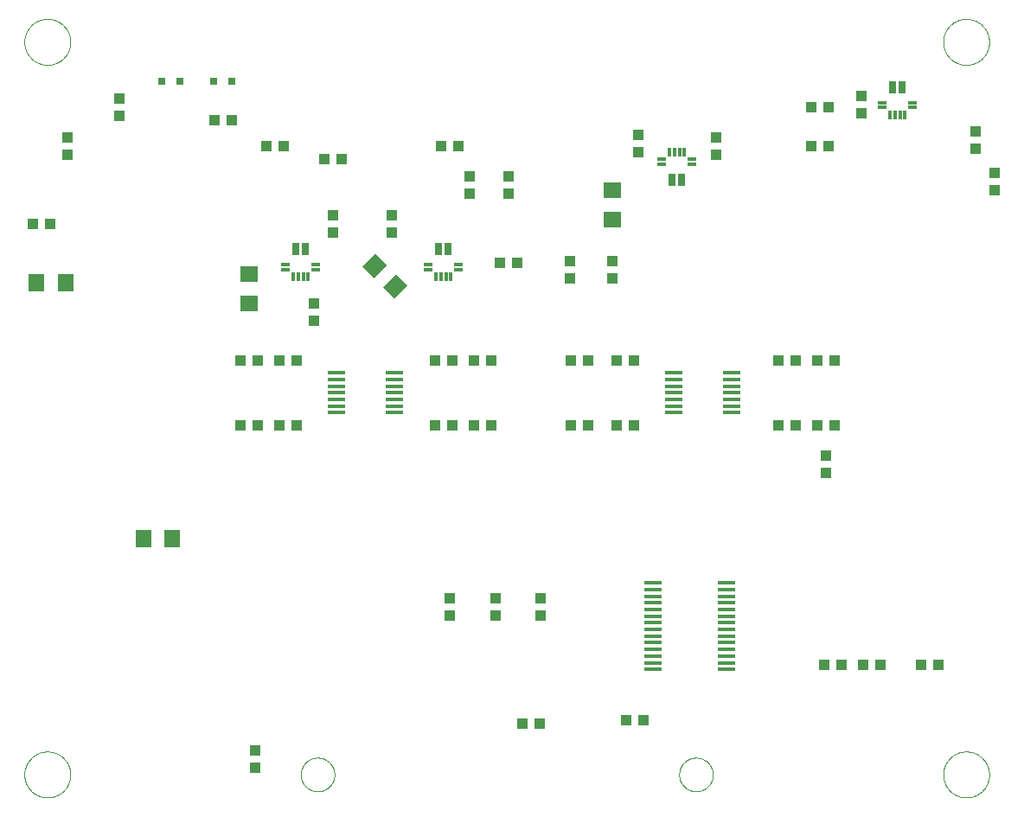
<source format=gtp>
G75*
%MOIN*%
%OFA0B0*%
%FSLAX25Y25*%
%IPPOS*%
%LPD*%
%AMOC8*
5,1,8,0,0,1.08239X$1,22.5*
%
%ADD10R,0.03150X0.05000*%
%ADD11R,0.03346X0.01181*%
%ADD12R,0.01181X0.03346*%
%ADD13R,0.03937X0.04331*%
%ADD14R,0.04331X0.03937*%
%ADD15R,0.07098X0.06299*%
%ADD16R,0.06600X0.01700*%
%ADD17R,0.06600X0.01400*%
%ADD18R,0.06299X0.07098*%
%ADD19C,0.00000*%
%ADD20R,0.02600X0.02800*%
D10*
X0124080Y0230970D03*
X0128017Y0230970D03*
X0179080Y0230970D03*
X0183017Y0230970D03*
X0269080Y0257840D03*
X0273017Y0257840D03*
X0354080Y0293470D03*
X0358017Y0293470D03*
D11*
X0361757Y0287564D03*
X0361757Y0285596D03*
X0350340Y0285596D03*
X0350340Y0287564D03*
X0276757Y0265714D03*
X0276757Y0263745D03*
X0265340Y0263745D03*
X0265340Y0265714D03*
X0186757Y0225064D03*
X0186757Y0223096D03*
X0175340Y0223096D03*
X0175340Y0225064D03*
X0131757Y0225064D03*
X0131757Y0223096D03*
X0120340Y0223096D03*
X0120340Y0225064D03*
D12*
X0123096Y0220340D03*
X0125064Y0220340D03*
X0127033Y0220340D03*
X0129001Y0220340D03*
X0178096Y0220340D03*
X0180064Y0220340D03*
X0182033Y0220340D03*
X0184001Y0220340D03*
X0268096Y0268470D03*
X0270064Y0268470D03*
X0272033Y0268470D03*
X0274001Y0268470D03*
X0353096Y0282840D03*
X0355064Y0282840D03*
X0357033Y0282840D03*
X0359001Y0282840D03*
D13*
X0329395Y0285655D03*
X0322702Y0285655D03*
X0256048Y0275251D03*
X0256048Y0268558D03*
X0206048Y0259001D03*
X0206048Y0252308D03*
X0186895Y0270655D03*
X0180202Y0270655D03*
X0141895Y0265655D03*
X0135202Y0265655D03*
X0138548Y0244001D03*
X0138548Y0237308D03*
X0131048Y0210251D03*
X0131048Y0203558D03*
X0124395Y0188155D03*
X0117702Y0188155D03*
X0109395Y0188155D03*
X0102702Y0188155D03*
X0102702Y0163155D03*
X0109395Y0163155D03*
X0117702Y0163155D03*
X0124395Y0163155D03*
X0177702Y0163155D03*
X0184395Y0163155D03*
X0192702Y0163155D03*
X0199395Y0163155D03*
X0199395Y0188155D03*
X0192702Y0188155D03*
X0184395Y0188155D03*
X0177702Y0188155D03*
X0229798Y0219808D03*
X0229798Y0226501D03*
X0230202Y0188155D03*
X0236895Y0188155D03*
X0247702Y0188155D03*
X0254395Y0188155D03*
X0254395Y0163155D03*
X0247702Y0163155D03*
X0236895Y0163155D03*
X0230202Y0163155D03*
X0310202Y0163155D03*
X0316895Y0163155D03*
X0325202Y0163155D03*
X0331895Y0163155D03*
X0331895Y0188155D03*
X0325202Y0188155D03*
X0316895Y0188155D03*
X0310202Y0188155D03*
X0393667Y0253814D03*
X0393667Y0260507D03*
X0218548Y0096501D03*
X0218548Y0089808D03*
X0201048Y0089808D03*
X0201048Y0096501D03*
X0183548Y0096501D03*
X0183548Y0089808D03*
X0211580Y0048115D03*
X0218273Y0048115D03*
X0251452Y0049405D03*
X0258145Y0049405D03*
X0327702Y0070655D03*
X0334395Y0070655D03*
X0342702Y0070655D03*
X0349395Y0070655D03*
X0365202Y0070655D03*
X0371895Y0070655D03*
X0099395Y0280655D03*
X0092702Y0280655D03*
X0036048Y0274001D03*
X0036048Y0267308D03*
X0029395Y0240655D03*
X0022702Y0240655D03*
D14*
X0056048Y0282308D03*
X0056048Y0289001D03*
X0112702Y0270655D03*
X0119395Y0270655D03*
X0161048Y0244001D03*
X0161048Y0237308D03*
X0191048Y0252308D03*
X0191048Y0259001D03*
X0202702Y0225655D03*
X0209395Y0225655D03*
X0246048Y0226501D03*
X0246048Y0219808D03*
X0286048Y0267308D03*
X0286048Y0274001D03*
X0322702Y0270655D03*
X0329395Y0270655D03*
X0342298Y0283558D03*
X0342298Y0290251D03*
X0386048Y0276501D03*
X0386048Y0269808D03*
X0328548Y0151501D03*
X0328548Y0144808D03*
X0108667Y0037810D03*
X0108667Y0031117D03*
D15*
X0106048Y0210056D03*
X0106048Y0221253D03*
X0246048Y0242556D03*
X0246048Y0253753D03*
D16*
X0261798Y0102289D03*
X0261798Y0099730D03*
X0261798Y0097171D03*
X0261798Y0094611D03*
X0261798Y0092052D03*
X0261798Y0089493D03*
X0261798Y0086934D03*
X0261798Y0084375D03*
X0261798Y0081816D03*
X0261798Y0079257D03*
X0261798Y0076698D03*
X0261798Y0074139D03*
X0261798Y0071580D03*
X0261798Y0069021D03*
X0290298Y0069021D03*
X0290298Y0071580D03*
X0290298Y0074139D03*
X0290298Y0076698D03*
X0290298Y0079257D03*
X0290298Y0081816D03*
X0290298Y0084375D03*
X0290298Y0086934D03*
X0290298Y0089493D03*
X0290298Y0092052D03*
X0290298Y0094611D03*
X0290298Y0097170D03*
X0290298Y0099730D03*
X0290298Y0102289D03*
D17*
X0292148Y0167978D03*
X0292148Y0170537D03*
X0292148Y0173096D03*
X0292148Y0175655D03*
X0292148Y0178214D03*
X0292148Y0180773D03*
X0292148Y0183332D03*
X0269948Y0183332D03*
X0269948Y0180773D03*
X0269948Y0178214D03*
X0269948Y0175655D03*
X0269948Y0173096D03*
X0269948Y0170537D03*
X0269948Y0167978D03*
X0162148Y0167978D03*
X0162148Y0170537D03*
X0162148Y0173096D03*
X0162148Y0175655D03*
X0162148Y0178214D03*
X0162148Y0180773D03*
X0162148Y0183332D03*
X0139948Y0183332D03*
X0139948Y0180773D03*
X0139948Y0178214D03*
X0139948Y0175655D03*
X0139948Y0173096D03*
X0139948Y0170537D03*
X0139948Y0167978D03*
D18*
G36*
X0162789Y0221432D02*
X0167243Y0216978D01*
X0162225Y0211960D01*
X0157771Y0216414D01*
X0162789Y0221432D01*
G37*
G36*
X0154872Y0229349D02*
X0159326Y0224895D01*
X0154308Y0219877D01*
X0149854Y0224331D01*
X0154872Y0229349D01*
G37*
X0035397Y0218155D03*
X0024200Y0218155D03*
X0065450Y0119405D03*
X0076647Y0119405D03*
D19*
X0019592Y0028450D02*
X0019595Y0028667D01*
X0019603Y0028885D01*
X0019616Y0029102D01*
X0019635Y0029318D01*
X0019659Y0029534D01*
X0019688Y0029750D01*
X0019722Y0029964D01*
X0019762Y0030178D01*
X0019807Y0030391D01*
X0019857Y0030602D01*
X0019913Y0030813D01*
X0019973Y0031021D01*
X0020039Y0031229D01*
X0020110Y0031434D01*
X0020186Y0031638D01*
X0020266Y0031840D01*
X0020352Y0032040D01*
X0020442Y0032237D01*
X0020538Y0032433D01*
X0020638Y0032626D01*
X0020743Y0032816D01*
X0020852Y0033004D01*
X0020966Y0033189D01*
X0021085Y0033371D01*
X0021208Y0033551D01*
X0021335Y0033727D01*
X0021467Y0033900D01*
X0021603Y0034069D01*
X0021743Y0034236D01*
X0021887Y0034399D01*
X0022035Y0034558D01*
X0022186Y0034714D01*
X0022342Y0034865D01*
X0022501Y0035013D01*
X0022664Y0035157D01*
X0022831Y0035297D01*
X0023000Y0035433D01*
X0023173Y0035565D01*
X0023349Y0035692D01*
X0023529Y0035815D01*
X0023711Y0035934D01*
X0023896Y0036048D01*
X0024084Y0036157D01*
X0024274Y0036262D01*
X0024467Y0036362D01*
X0024663Y0036458D01*
X0024860Y0036548D01*
X0025060Y0036634D01*
X0025262Y0036714D01*
X0025466Y0036790D01*
X0025671Y0036861D01*
X0025879Y0036927D01*
X0026087Y0036987D01*
X0026298Y0037043D01*
X0026509Y0037093D01*
X0026722Y0037138D01*
X0026936Y0037178D01*
X0027150Y0037212D01*
X0027366Y0037241D01*
X0027582Y0037265D01*
X0027798Y0037284D01*
X0028015Y0037297D01*
X0028233Y0037305D01*
X0028450Y0037308D01*
X0028667Y0037305D01*
X0028885Y0037297D01*
X0029102Y0037284D01*
X0029318Y0037265D01*
X0029534Y0037241D01*
X0029750Y0037212D01*
X0029964Y0037178D01*
X0030178Y0037138D01*
X0030391Y0037093D01*
X0030602Y0037043D01*
X0030813Y0036987D01*
X0031021Y0036927D01*
X0031229Y0036861D01*
X0031434Y0036790D01*
X0031638Y0036714D01*
X0031840Y0036634D01*
X0032040Y0036548D01*
X0032237Y0036458D01*
X0032433Y0036362D01*
X0032626Y0036262D01*
X0032816Y0036157D01*
X0033004Y0036048D01*
X0033189Y0035934D01*
X0033371Y0035815D01*
X0033551Y0035692D01*
X0033727Y0035565D01*
X0033900Y0035433D01*
X0034069Y0035297D01*
X0034236Y0035157D01*
X0034399Y0035013D01*
X0034558Y0034865D01*
X0034714Y0034714D01*
X0034865Y0034558D01*
X0035013Y0034399D01*
X0035157Y0034236D01*
X0035297Y0034069D01*
X0035433Y0033900D01*
X0035565Y0033727D01*
X0035692Y0033551D01*
X0035815Y0033371D01*
X0035934Y0033189D01*
X0036048Y0033004D01*
X0036157Y0032816D01*
X0036262Y0032626D01*
X0036362Y0032433D01*
X0036458Y0032237D01*
X0036548Y0032040D01*
X0036634Y0031840D01*
X0036714Y0031638D01*
X0036790Y0031434D01*
X0036861Y0031229D01*
X0036927Y0031021D01*
X0036987Y0030813D01*
X0037043Y0030602D01*
X0037093Y0030391D01*
X0037138Y0030178D01*
X0037178Y0029964D01*
X0037212Y0029750D01*
X0037241Y0029534D01*
X0037265Y0029318D01*
X0037284Y0029102D01*
X0037297Y0028885D01*
X0037305Y0028667D01*
X0037308Y0028450D01*
X0037305Y0028233D01*
X0037297Y0028015D01*
X0037284Y0027798D01*
X0037265Y0027582D01*
X0037241Y0027366D01*
X0037212Y0027150D01*
X0037178Y0026936D01*
X0037138Y0026722D01*
X0037093Y0026509D01*
X0037043Y0026298D01*
X0036987Y0026087D01*
X0036927Y0025879D01*
X0036861Y0025671D01*
X0036790Y0025466D01*
X0036714Y0025262D01*
X0036634Y0025060D01*
X0036548Y0024860D01*
X0036458Y0024663D01*
X0036362Y0024467D01*
X0036262Y0024274D01*
X0036157Y0024084D01*
X0036048Y0023896D01*
X0035934Y0023711D01*
X0035815Y0023529D01*
X0035692Y0023349D01*
X0035565Y0023173D01*
X0035433Y0023000D01*
X0035297Y0022831D01*
X0035157Y0022664D01*
X0035013Y0022501D01*
X0034865Y0022342D01*
X0034714Y0022186D01*
X0034558Y0022035D01*
X0034399Y0021887D01*
X0034236Y0021743D01*
X0034069Y0021603D01*
X0033900Y0021467D01*
X0033727Y0021335D01*
X0033551Y0021208D01*
X0033371Y0021085D01*
X0033189Y0020966D01*
X0033004Y0020852D01*
X0032816Y0020743D01*
X0032626Y0020638D01*
X0032433Y0020538D01*
X0032237Y0020442D01*
X0032040Y0020352D01*
X0031840Y0020266D01*
X0031638Y0020186D01*
X0031434Y0020110D01*
X0031229Y0020039D01*
X0031021Y0019973D01*
X0030813Y0019913D01*
X0030602Y0019857D01*
X0030391Y0019807D01*
X0030178Y0019762D01*
X0029964Y0019722D01*
X0029750Y0019688D01*
X0029534Y0019659D01*
X0029318Y0019635D01*
X0029102Y0019616D01*
X0028885Y0019603D01*
X0028667Y0019595D01*
X0028450Y0019592D01*
X0028233Y0019595D01*
X0028015Y0019603D01*
X0027798Y0019616D01*
X0027582Y0019635D01*
X0027366Y0019659D01*
X0027150Y0019688D01*
X0026936Y0019722D01*
X0026722Y0019762D01*
X0026509Y0019807D01*
X0026298Y0019857D01*
X0026087Y0019913D01*
X0025879Y0019973D01*
X0025671Y0020039D01*
X0025466Y0020110D01*
X0025262Y0020186D01*
X0025060Y0020266D01*
X0024860Y0020352D01*
X0024663Y0020442D01*
X0024467Y0020538D01*
X0024274Y0020638D01*
X0024084Y0020743D01*
X0023896Y0020852D01*
X0023711Y0020966D01*
X0023529Y0021085D01*
X0023349Y0021208D01*
X0023173Y0021335D01*
X0023000Y0021467D01*
X0022831Y0021603D01*
X0022664Y0021743D01*
X0022501Y0021887D01*
X0022342Y0022035D01*
X0022186Y0022186D01*
X0022035Y0022342D01*
X0021887Y0022501D01*
X0021743Y0022664D01*
X0021603Y0022831D01*
X0021467Y0023000D01*
X0021335Y0023173D01*
X0021208Y0023349D01*
X0021085Y0023529D01*
X0020966Y0023711D01*
X0020852Y0023896D01*
X0020743Y0024084D01*
X0020638Y0024274D01*
X0020538Y0024467D01*
X0020442Y0024663D01*
X0020352Y0024860D01*
X0020266Y0025060D01*
X0020186Y0025262D01*
X0020110Y0025466D01*
X0020039Y0025671D01*
X0019973Y0025879D01*
X0019913Y0026087D01*
X0019857Y0026298D01*
X0019807Y0026509D01*
X0019762Y0026722D01*
X0019722Y0026936D01*
X0019688Y0027150D01*
X0019659Y0027366D01*
X0019635Y0027582D01*
X0019616Y0027798D01*
X0019603Y0028015D01*
X0019595Y0028233D01*
X0019592Y0028450D01*
X0126088Y0028450D02*
X0126090Y0028611D01*
X0126096Y0028771D01*
X0126106Y0028932D01*
X0126120Y0029092D01*
X0126138Y0029251D01*
X0126159Y0029411D01*
X0126185Y0029569D01*
X0126215Y0029727D01*
X0126248Y0029884D01*
X0126286Y0030041D01*
X0126327Y0030196D01*
X0126372Y0030350D01*
X0126421Y0030503D01*
X0126474Y0030655D01*
X0126530Y0030805D01*
X0126590Y0030954D01*
X0126654Y0031102D01*
X0126721Y0031248D01*
X0126792Y0031392D01*
X0126867Y0031534D01*
X0126945Y0031675D01*
X0127026Y0031813D01*
X0127111Y0031950D01*
X0127200Y0032084D01*
X0127291Y0032216D01*
X0127386Y0032346D01*
X0127484Y0032473D01*
X0127585Y0032598D01*
X0127689Y0032721D01*
X0127796Y0032840D01*
X0127906Y0032957D01*
X0128019Y0033072D01*
X0128135Y0033183D01*
X0128253Y0033292D01*
X0128374Y0033397D01*
X0128498Y0033500D01*
X0128624Y0033600D01*
X0128753Y0033696D01*
X0128884Y0033789D01*
X0129017Y0033879D01*
X0129152Y0033966D01*
X0129290Y0034049D01*
X0129429Y0034128D01*
X0129571Y0034205D01*
X0129714Y0034278D01*
X0129859Y0034347D01*
X0130006Y0034412D01*
X0130154Y0034474D01*
X0130304Y0034533D01*
X0130455Y0034587D01*
X0130607Y0034638D01*
X0130761Y0034685D01*
X0130916Y0034728D01*
X0131071Y0034767D01*
X0131228Y0034803D01*
X0131386Y0034835D01*
X0131544Y0034862D01*
X0131703Y0034886D01*
X0131862Y0034906D01*
X0132022Y0034922D01*
X0132183Y0034934D01*
X0132343Y0034942D01*
X0132504Y0034946D01*
X0132664Y0034946D01*
X0132825Y0034942D01*
X0132985Y0034934D01*
X0133146Y0034922D01*
X0133306Y0034906D01*
X0133465Y0034886D01*
X0133624Y0034862D01*
X0133782Y0034835D01*
X0133940Y0034803D01*
X0134097Y0034767D01*
X0134252Y0034728D01*
X0134407Y0034685D01*
X0134561Y0034638D01*
X0134713Y0034587D01*
X0134864Y0034533D01*
X0135014Y0034474D01*
X0135162Y0034412D01*
X0135309Y0034347D01*
X0135454Y0034278D01*
X0135597Y0034205D01*
X0135739Y0034128D01*
X0135878Y0034049D01*
X0136016Y0033966D01*
X0136151Y0033879D01*
X0136284Y0033789D01*
X0136415Y0033696D01*
X0136544Y0033600D01*
X0136670Y0033500D01*
X0136794Y0033397D01*
X0136915Y0033292D01*
X0137033Y0033183D01*
X0137149Y0033072D01*
X0137262Y0032957D01*
X0137372Y0032840D01*
X0137479Y0032721D01*
X0137583Y0032598D01*
X0137684Y0032473D01*
X0137782Y0032346D01*
X0137877Y0032216D01*
X0137968Y0032084D01*
X0138057Y0031950D01*
X0138142Y0031813D01*
X0138223Y0031675D01*
X0138301Y0031534D01*
X0138376Y0031392D01*
X0138447Y0031248D01*
X0138514Y0031102D01*
X0138578Y0030954D01*
X0138638Y0030805D01*
X0138694Y0030655D01*
X0138747Y0030503D01*
X0138796Y0030350D01*
X0138841Y0030196D01*
X0138882Y0030041D01*
X0138920Y0029884D01*
X0138953Y0029727D01*
X0138983Y0029569D01*
X0139009Y0029411D01*
X0139030Y0029251D01*
X0139048Y0029092D01*
X0139062Y0028932D01*
X0139072Y0028771D01*
X0139078Y0028611D01*
X0139080Y0028450D01*
X0139078Y0028289D01*
X0139072Y0028129D01*
X0139062Y0027968D01*
X0139048Y0027808D01*
X0139030Y0027649D01*
X0139009Y0027489D01*
X0138983Y0027331D01*
X0138953Y0027173D01*
X0138920Y0027016D01*
X0138882Y0026859D01*
X0138841Y0026704D01*
X0138796Y0026550D01*
X0138747Y0026397D01*
X0138694Y0026245D01*
X0138638Y0026095D01*
X0138578Y0025946D01*
X0138514Y0025798D01*
X0138447Y0025652D01*
X0138376Y0025508D01*
X0138301Y0025366D01*
X0138223Y0025225D01*
X0138142Y0025087D01*
X0138057Y0024950D01*
X0137968Y0024816D01*
X0137877Y0024684D01*
X0137782Y0024554D01*
X0137684Y0024427D01*
X0137583Y0024302D01*
X0137479Y0024179D01*
X0137372Y0024060D01*
X0137262Y0023943D01*
X0137149Y0023828D01*
X0137033Y0023717D01*
X0136915Y0023608D01*
X0136794Y0023503D01*
X0136670Y0023400D01*
X0136544Y0023300D01*
X0136415Y0023204D01*
X0136284Y0023111D01*
X0136151Y0023021D01*
X0136016Y0022934D01*
X0135878Y0022851D01*
X0135739Y0022772D01*
X0135597Y0022695D01*
X0135454Y0022622D01*
X0135309Y0022553D01*
X0135162Y0022488D01*
X0135014Y0022426D01*
X0134864Y0022367D01*
X0134713Y0022313D01*
X0134561Y0022262D01*
X0134407Y0022215D01*
X0134252Y0022172D01*
X0134097Y0022133D01*
X0133940Y0022097D01*
X0133782Y0022065D01*
X0133624Y0022038D01*
X0133465Y0022014D01*
X0133306Y0021994D01*
X0133146Y0021978D01*
X0132985Y0021966D01*
X0132825Y0021958D01*
X0132664Y0021954D01*
X0132504Y0021954D01*
X0132343Y0021958D01*
X0132183Y0021966D01*
X0132022Y0021978D01*
X0131862Y0021994D01*
X0131703Y0022014D01*
X0131544Y0022038D01*
X0131386Y0022065D01*
X0131228Y0022097D01*
X0131071Y0022133D01*
X0130916Y0022172D01*
X0130761Y0022215D01*
X0130607Y0022262D01*
X0130455Y0022313D01*
X0130304Y0022367D01*
X0130154Y0022426D01*
X0130006Y0022488D01*
X0129859Y0022553D01*
X0129714Y0022622D01*
X0129571Y0022695D01*
X0129429Y0022772D01*
X0129290Y0022851D01*
X0129152Y0022934D01*
X0129017Y0023021D01*
X0128884Y0023111D01*
X0128753Y0023204D01*
X0128624Y0023300D01*
X0128498Y0023400D01*
X0128374Y0023503D01*
X0128253Y0023608D01*
X0128135Y0023717D01*
X0128019Y0023828D01*
X0127906Y0023943D01*
X0127796Y0024060D01*
X0127689Y0024179D01*
X0127585Y0024302D01*
X0127484Y0024427D01*
X0127386Y0024554D01*
X0127291Y0024684D01*
X0127200Y0024816D01*
X0127111Y0024950D01*
X0127026Y0025087D01*
X0126945Y0025225D01*
X0126867Y0025366D01*
X0126792Y0025508D01*
X0126721Y0025652D01*
X0126654Y0025798D01*
X0126590Y0025946D01*
X0126530Y0026095D01*
X0126474Y0026245D01*
X0126421Y0026397D01*
X0126372Y0026550D01*
X0126327Y0026704D01*
X0126286Y0026859D01*
X0126248Y0027016D01*
X0126215Y0027173D01*
X0126185Y0027331D01*
X0126159Y0027489D01*
X0126138Y0027649D01*
X0126120Y0027808D01*
X0126106Y0027968D01*
X0126096Y0028129D01*
X0126090Y0028289D01*
X0126088Y0028450D01*
X0271954Y0028450D02*
X0271956Y0028611D01*
X0271962Y0028771D01*
X0271972Y0028932D01*
X0271986Y0029092D01*
X0272004Y0029251D01*
X0272025Y0029411D01*
X0272051Y0029569D01*
X0272081Y0029727D01*
X0272114Y0029884D01*
X0272152Y0030041D01*
X0272193Y0030196D01*
X0272238Y0030350D01*
X0272287Y0030503D01*
X0272340Y0030655D01*
X0272396Y0030805D01*
X0272456Y0030954D01*
X0272520Y0031102D01*
X0272587Y0031248D01*
X0272658Y0031392D01*
X0272733Y0031534D01*
X0272811Y0031675D01*
X0272892Y0031813D01*
X0272977Y0031950D01*
X0273066Y0032084D01*
X0273157Y0032216D01*
X0273252Y0032346D01*
X0273350Y0032473D01*
X0273451Y0032598D01*
X0273555Y0032721D01*
X0273662Y0032840D01*
X0273772Y0032957D01*
X0273885Y0033072D01*
X0274001Y0033183D01*
X0274119Y0033292D01*
X0274240Y0033397D01*
X0274364Y0033500D01*
X0274490Y0033600D01*
X0274619Y0033696D01*
X0274750Y0033789D01*
X0274883Y0033879D01*
X0275018Y0033966D01*
X0275156Y0034049D01*
X0275295Y0034128D01*
X0275437Y0034205D01*
X0275580Y0034278D01*
X0275725Y0034347D01*
X0275872Y0034412D01*
X0276020Y0034474D01*
X0276170Y0034533D01*
X0276321Y0034587D01*
X0276473Y0034638D01*
X0276627Y0034685D01*
X0276782Y0034728D01*
X0276937Y0034767D01*
X0277094Y0034803D01*
X0277252Y0034835D01*
X0277410Y0034862D01*
X0277569Y0034886D01*
X0277728Y0034906D01*
X0277888Y0034922D01*
X0278049Y0034934D01*
X0278209Y0034942D01*
X0278370Y0034946D01*
X0278530Y0034946D01*
X0278691Y0034942D01*
X0278851Y0034934D01*
X0279012Y0034922D01*
X0279172Y0034906D01*
X0279331Y0034886D01*
X0279490Y0034862D01*
X0279648Y0034835D01*
X0279806Y0034803D01*
X0279963Y0034767D01*
X0280118Y0034728D01*
X0280273Y0034685D01*
X0280427Y0034638D01*
X0280579Y0034587D01*
X0280730Y0034533D01*
X0280880Y0034474D01*
X0281028Y0034412D01*
X0281175Y0034347D01*
X0281320Y0034278D01*
X0281463Y0034205D01*
X0281605Y0034128D01*
X0281744Y0034049D01*
X0281882Y0033966D01*
X0282017Y0033879D01*
X0282150Y0033789D01*
X0282281Y0033696D01*
X0282410Y0033600D01*
X0282536Y0033500D01*
X0282660Y0033397D01*
X0282781Y0033292D01*
X0282899Y0033183D01*
X0283015Y0033072D01*
X0283128Y0032957D01*
X0283238Y0032840D01*
X0283345Y0032721D01*
X0283449Y0032598D01*
X0283550Y0032473D01*
X0283648Y0032346D01*
X0283743Y0032216D01*
X0283834Y0032084D01*
X0283923Y0031950D01*
X0284008Y0031813D01*
X0284089Y0031675D01*
X0284167Y0031534D01*
X0284242Y0031392D01*
X0284313Y0031248D01*
X0284380Y0031102D01*
X0284444Y0030954D01*
X0284504Y0030805D01*
X0284560Y0030655D01*
X0284613Y0030503D01*
X0284662Y0030350D01*
X0284707Y0030196D01*
X0284748Y0030041D01*
X0284786Y0029884D01*
X0284819Y0029727D01*
X0284849Y0029569D01*
X0284875Y0029411D01*
X0284896Y0029251D01*
X0284914Y0029092D01*
X0284928Y0028932D01*
X0284938Y0028771D01*
X0284944Y0028611D01*
X0284946Y0028450D01*
X0284944Y0028289D01*
X0284938Y0028129D01*
X0284928Y0027968D01*
X0284914Y0027808D01*
X0284896Y0027649D01*
X0284875Y0027489D01*
X0284849Y0027331D01*
X0284819Y0027173D01*
X0284786Y0027016D01*
X0284748Y0026859D01*
X0284707Y0026704D01*
X0284662Y0026550D01*
X0284613Y0026397D01*
X0284560Y0026245D01*
X0284504Y0026095D01*
X0284444Y0025946D01*
X0284380Y0025798D01*
X0284313Y0025652D01*
X0284242Y0025508D01*
X0284167Y0025366D01*
X0284089Y0025225D01*
X0284008Y0025087D01*
X0283923Y0024950D01*
X0283834Y0024816D01*
X0283743Y0024684D01*
X0283648Y0024554D01*
X0283550Y0024427D01*
X0283449Y0024302D01*
X0283345Y0024179D01*
X0283238Y0024060D01*
X0283128Y0023943D01*
X0283015Y0023828D01*
X0282899Y0023717D01*
X0282781Y0023608D01*
X0282660Y0023503D01*
X0282536Y0023400D01*
X0282410Y0023300D01*
X0282281Y0023204D01*
X0282150Y0023111D01*
X0282017Y0023021D01*
X0281882Y0022934D01*
X0281744Y0022851D01*
X0281605Y0022772D01*
X0281463Y0022695D01*
X0281320Y0022622D01*
X0281175Y0022553D01*
X0281028Y0022488D01*
X0280880Y0022426D01*
X0280730Y0022367D01*
X0280579Y0022313D01*
X0280427Y0022262D01*
X0280273Y0022215D01*
X0280118Y0022172D01*
X0279963Y0022133D01*
X0279806Y0022097D01*
X0279648Y0022065D01*
X0279490Y0022038D01*
X0279331Y0022014D01*
X0279172Y0021994D01*
X0279012Y0021978D01*
X0278851Y0021966D01*
X0278691Y0021958D01*
X0278530Y0021954D01*
X0278370Y0021954D01*
X0278209Y0021958D01*
X0278049Y0021966D01*
X0277888Y0021978D01*
X0277728Y0021994D01*
X0277569Y0022014D01*
X0277410Y0022038D01*
X0277252Y0022065D01*
X0277094Y0022097D01*
X0276937Y0022133D01*
X0276782Y0022172D01*
X0276627Y0022215D01*
X0276473Y0022262D01*
X0276321Y0022313D01*
X0276170Y0022367D01*
X0276020Y0022426D01*
X0275872Y0022488D01*
X0275725Y0022553D01*
X0275580Y0022622D01*
X0275437Y0022695D01*
X0275295Y0022772D01*
X0275156Y0022851D01*
X0275018Y0022934D01*
X0274883Y0023021D01*
X0274750Y0023111D01*
X0274619Y0023204D01*
X0274490Y0023300D01*
X0274364Y0023400D01*
X0274240Y0023503D01*
X0274119Y0023608D01*
X0274001Y0023717D01*
X0273885Y0023828D01*
X0273772Y0023943D01*
X0273662Y0024060D01*
X0273555Y0024179D01*
X0273451Y0024302D01*
X0273350Y0024427D01*
X0273252Y0024554D01*
X0273157Y0024684D01*
X0273066Y0024816D01*
X0272977Y0024950D01*
X0272892Y0025087D01*
X0272811Y0025225D01*
X0272733Y0025366D01*
X0272658Y0025508D01*
X0272587Y0025652D01*
X0272520Y0025798D01*
X0272456Y0025946D01*
X0272396Y0026095D01*
X0272340Y0026245D01*
X0272287Y0026397D01*
X0272238Y0026550D01*
X0272193Y0026704D01*
X0272152Y0026859D01*
X0272114Y0027016D01*
X0272081Y0027173D01*
X0272051Y0027331D01*
X0272025Y0027489D01*
X0272004Y0027649D01*
X0271986Y0027808D01*
X0271972Y0027968D01*
X0271962Y0028129D01*
X0271956Y0028289D01*
X0271954Y0028450D01*
X0373726Y0028450D02*
X0373729Y0028667D01*
X0373737Y0028885D01*
X0373750Y0029102D01*
X0373769Y0029318D01*
X0373793Y0029534D01*
X0373822Y0029750D01*
X0373856Y0029964D01*
X0373896Y0030178D01*
X0373941Y0030391D01*
X0373991Y0030602D01*
X0374047Y0030813D01*
X0374107Y0031021D01*
X0374173Y0031229D01*
X0374244Y0031434D01*
X0374320Y0031638D01*
X0374400Y0031840D01*
X0374486Y0032040D01*
X0374576Y0032237D01*
X0374672Y0032433D01*
X0374772Y0032626D01*
X0374877Y0032816D01*
X0374986Y0033004D01*
X0375100Y0033189D01*
X0375219Y0033371D01*
X0375342Y0033551D01*
X0375469Y0033727D01*
X0375601Y0033900D01*
X0375737Y0034069D01*
X0375877Y0034236D01*
X0376021Y0034399D01*
X0376169Y0034558D01*
X0376320Y0034714D01*
X0376476Y0034865D01*
X0376635Y0035013D01*
X0376798Y0035157D01*
X0376965Y0035297D01*
X0377134Y0035433D01*
X0377307Y0035565D01*
X0377483Y0035692D01*
X0377663Y0035815D01*
X0377845Y0035934D01*
X0378030Y0036048D01*
X0378218Y0036157D01*
X0378408Y0036262D01*
X0378601Y0036362D01*
X0378797Y0036458D01*
X0378994Y0036548D01*
X0379194Y0036634D01*
X0379396Y0036714D01*
X0379600Y0036790D01*
X0379805Y0036861D01*
X0380013Y0036927D01*
X0380221Y0036987D01*
X0380432Y0037043D01*
X0380643Y0037093D01*
X0380856Y0037138D01*
X0381070Y0037178D01*
X0381284Y0037212D01*
X0381500Y0037241D01*
X0381716Y0037265D01*
X0381932Y0037284D01*
X0382149Y0037297D01*
X0382367Y0037305D01*
X0382584Y0037308D01*
X0382801Y0037305D01*
X0383019Y0037297D01*
X0383236Y0037284D01*
X0383452Y0037265D01*
X0383668Y0037241D01*
X0383884Y0037212D01*
X0384098Y0037178D01*
X0384312Y0037138D01*
X0384525Y0037093D01*
X0384736Y0037043D01*
X0384947Y0036987D01*
X0385155Y0036927D01*
X0385363Y0036861D01*
X0385568Y0036790D01*
X0385772Y0036714D01*
X0385974Y0036634D01*
X0386174Y0036548D01*
X0386371Y0036458D01*
X0386567Y0036362D01*
X0386760Y0036262D01*
X0386950Y0036157D01*
X0387138Y0036048D01*
X0387323Y0035934D01*
X0387505Y0035815D01*
X0387685Y0035692D01*
X0387861Y0035565D01*
X0388034Y0035433D01*
X0388203Y0035297D01*
X0388370Y0035157D01*
X0388533Y0035013D01*
X0388692Y0034865D01*
X0388848Y0034714D01*
X0388999Y0034558D01*
X0389147Y0034399D01*
X0389291Y0034236D01*
X0389431Y0034069D01*
X0389567Y0033900D01*
X0389699Y0033727D01*
X0389826Y0033551D01*
X0389949Y0033371D01*
X0390068Y0033189D01*
X0390182Y0033004D01*
X0390291Y0032816D01*
X0390396Y0032626D01*
X0390496Y0032433D01*
X0390592Y0032237D01*
X0390682Y0032040D01*
X0390768Y0031840D01*
X0390848Y0031638D01*
X0390924Y0031434D01*
X0390995Y0031229D01*
X0391061Y0031021D01*
X0391121Y0030813D01*
X0391177Y0030602D01*
X0391227Y0030391D01*
X0391272Y0030178D01*
X0391312Y0029964D01*
X0391346Y0029750D01*
X0391375Y0029534D01*
X0391399Y0029318D01*
X0391418Y0029102D01*
X0391431Y0028885D01*
X0391439Y0028667D01*
X0391442Y0028450D01*
X0391439Y0028233D01*
X0391431Y0028015D01*
X0391418Y0027798D01*
X0391399Y0027582D01*
X0391375Y0027366D01*
X0391346Y0027150D01*
X0391312Y0026936D01*
X0391272Y0026722D01*
X0391227Y0026509D01*
X0391177Y0026298D01*
X0391121Y0026087D01*
X0391061Y0025879D01*
X0390995Y0025671D01*
X0390924Y0025466D01*
X0390848Y0025262D01*
X0390768Y0025060D01*
X0390682Y0024860D01*
X0390592Y0024663D01*
X0390496Y0024467D01*
X0390396Y0024274D01*
X0390291Y0024084D01*
X0390182Y0023896D01*
X0390068Y0023711D01*
X0389949Y0023529D01*
X0389826Y0023349D01*
X0389699Y0023173D01*
X0389567Y0023000D01*
X0389431Y0022831D01*
X0389291Y0022664D01*
X0389147Y0022501D01*
X0388999Y0022342D01*
X0388848Y0022186D01*
X0388692Y0022035D01*
X0388533Y0021887D01*
X0388370Y0021743D01*
X0388203Y0021603D01*
X0388034Y0021467D01*
X0387861Y0021335D01*
X0387685Y0021208D01*
X0387505Y0021085D01*
X0387323Y0020966D01*
X0387138Y0020852D01*
X0386950Y0020743D01*
X0386760Y0020638D01*
X0386567Y0020538D01*
X0386371Y0020442D01*
X0386174Y0020352D01*
X0385974Y0020266D01*
X0385772Y0020186D01*
X0385568Y0020110D01*
X0385363Y0020039D01*
X0385155Y0019973D01*
X0384947Y0019913D01*
X0384736Y0019857D01*
X0384525Y0019807D01*
X0384312Y0019762D01*
X0384098Y0019722D01*
X0383884Y0019688D01*
X0383668Y0019659D01*
X0383452Y0019635D01*
X0383236Y0019616D01*
X0383019Y0019603D01*
X0382801Y0019595D01*
X0382584Y0019592D01*
X0382367Y0019595D01*
X0382149Y0019603D01*
X0381932Y0019616D01*
X0381716Y0019635D01*
X0381500Y0019659D01*
X0381284Y0019688D01*
X0381070Y0019722D01*
X0380856Y0019762D01*
X0380643Y0019807D01*
X0380432Y0019857D01*
X0380221Y0019913D01*
X0380013Y0019973D01*
X0379805Y0020039D01*
X0379600Y0020110D01*
X0379396Y0020186D01*
X0379194Y0020266D01*
X0378994Y0020352D01*
X0378797Y0020442D01*
X0378601Y0020538D01*
X0378408Y0020638D01*
X0378218Y0020743D01*
X0378030Y0020852D01*
X0377845Y0020966D01*
X0377663Y0021085D01*
X0377483Y0021208D01*
X0377307Y0021335D01*
X0377134Y0021467D01*
X0376965Y0021603D01*
X0376798Y0021743D01*
X0376635Y0021887D01*
X0376476Y0022035D01*
X0376320Y0022186D01*
X0376169Y0022342D01*
X0376021Y0022501D01*
X0375877Y0022664D01*
X0375737Y0022831D01*
X0375601Y0023000D01*
X0375469Y0023173D01*
X0375342Y0023349D01*
X0375219Y0023529D01*
X0375100Y0023711D01*
X0374986Y0023896D01*
X0374877Y0024084D01*
X0374772Y0024274D01*
X0374672Y0024467D01*
X0374576Y0024663D01*
X0374486Y0024860D01*
X0374400Y0025060D01*
X0374320Y0025262D01*
X0374244Y0025466D01*
X0374173Y0025671D01*
X0374107Y0025879D01*
X0374047Y0026087D01*
X0373991Y0026298D01*
X0373941Y0026509D01*
X0373896Y0026722D01*
X0373856Y0026936D01*
X0373822Y0027150D01*
X0373793Y0027366D01*
X0373769Y0027582D01*
X0373750Y0027798D01*
X0373737Y0028015D01*
X0373729Y0028233D01*
X0373726Y0028450D01*
X0373726Y0310930D02*
X0373729Y0311147D01*
X0373737Y0311365D01*
X0373750Y0311582D01*
X0373769Y0311798D01*
X0373793Y0312014D01*
X0373822Y0312230D01*
X0373856Y0312444D01*
X0373896Y0312658D01*
X0373941Y0312871D01*
X0373991Y0313082D01*
X0374047Y0313293D01*
X0374107Y0313501D01*
X0374173Y0313709D01*
X0374244Y0313914D01*
X0374320Y0314118D01*
X0374400Y0314320D01*
X0374486Y0314520D01*
X0374576Y0314717D01*
X0374672Y0314913D01*
X0374772Y0315106D01*
X0374877Y0315296D01*
X0374986Y0315484D01*
X0375100Y0315669D01*
X0375219Y0315851D01*
X0375342Y0316031D01*
X0375469Y0316207D01*
X0375601Y0316380D01*
X0375737Y0316549D01*
X0375877Y0316716D01*
X0376021Y0316879D01*
X0376169Y0317038D01*
X0376320Y0317194D01*
X0376476Y0317345D01*
X0376635Y0317493D01*
X0376798Y0317637D01*
X0376965Y0317777D01*
X0377134Y0317913D01*
X0377307Y0318045D01*
X0377483Y0318172D01*
X0377663Y0318295D01*
X0377845Y0318414D01*
X0378030Y0318528D01*
X0378218Y0318637D01*
X0378408Y0318742D01*
X0378601Y0318842D01*
X0378797Y0318938D01*
X0378994Y0319028D01*
X0379194Y0319114D01*
X0379396Y0319194D01*
X0379600Y0319270D01*
X0379805Y0319341D01*
X0380013Y0319407D01*
X0380221Y0319467D01*
X0380432Y0319523D01*
X0380643Y0319573D01*
X0380856Y0319618D01*
X0381070Y0319658D01*
X0381284Y0319692D01*
X0381500Y0319721D01*
X0381716Y0319745D01*
X0381932Y0319764D01*
X0382149Y0319777D01*
X0382367Y0319785D01*
X0382584Y0319788D01*
X0382801Y0319785D01*
X0383019Y0319777D01*
X0383236Y0319764D01*
X0383452Y0319745D01*
X0383668Y0319721D01*
X0383884Y0319692D01*
X0384098Y0319658D01*
X0384312Y0319618D01*
X0384525Y0319573D01*
X0384736Y0319523D01*
X0384947Y0319467D01*
X0385155Y0319407D01*
X0385363Y0319341D01*
X0385568Y0319270D01*
X0385772Y0319194D01*
X0385974Y0319114D01*
X0386174Y0319028D01*
X0386371Y0318938D01*
X0386567Y0318842D01*
X0386760Y0318742D01*
X0386950Y0318637D01*
X0387138Y0318528D01*
X0387323Y0318414D01*
X0387505Y0318295D01*
X0387685Y0318172D01*
X0387861Y0318045D01*
X0388034Y0317913D01*
X0388203Y0317777D01*
X0388370Y0317637D01*
X0388533Y0317493D01*
X0388692Y0317345D01*
X0388848Y0317194D01*
X0388999Y0317038D01*
X0389147Y0316879D01*
X0389291Y0316716D01*
X0389431Y0316549D01*
X0389567Y0316380D01*
X0389699Y0316207D01*
X0389826Y0316031D01*
X0389949Y0315851D01*
X0390068Y0315669D01*
X0390182Y0315484D01*
X0390291Y0315296D01*
X0390396Y0315106D01*
X0390496Y0314913D01*
X0390592Y0314717D01*
X0390682Y0314520D01*
X0390768Y0314320D01*
X0390848Y0314118D01*
X0390924Y0313914D01*
X0390995Y0313709D01*
X0391061Y0313501D01*
X0391121Y0313293D01*
X0391177Y0313082D01*
X0391227Y0312871D01*
X0391272Y0312658D01*
X0391312Y0312444D01*
X0391346Y0312230D01*
X0391375Y0312014D01*
X0391399Y0311798D01*
X0391418Y0311582D01*
X0391431Y0311365D01*
X0391439Y0311147D01*
X0391442Y0310930D01*
X0391439Y0310713D01*
X0391431Y0310495D01*
X0391418Y0310278D01*
X0391399Y0310062D01*
X0391375Y0309846D01*
X0391346Y0309630D01*
X0391312Y0309416D01*
X0391272Y0309202D01*
X0391227Y0308989D01*
X0391177Y0308778D01*
X0391121Y0308567D01*
X0391061Y0308359D01*
X0390995Y0308151D01*
X0390924Y0307946D01*
X0390848Y0307742D01*
X0390768Y0307540D01*
X0390682Y0307340D01*
X0390592Y0307143D01*
X0390496Y0306947D01*
X0390396Y0306754D01*
X0390291Y0306564D01*
X0390182Y0306376D01*
X0390068Y0306191D01*
X0389949Y0306009D01*
X0389826Y0305829D01*
X0389699Y0305653D01*
X0389567Y0305480D01*
X0389431Y0305311D01*
X0389291Y0305144D01*
X0389147Y0304981D01*
X0388999Y0304822D01*
X0388848Y0304666D01*
X0388692Y0304515D01*
X0388533Y0304367D01*
X0388370Y0304223D01*
X0388203Y0304083D01*
X0388034Y0303947D01*
X0387861Y0303815D01*
X0387685Y0303688D01*
X0387505Y0303565D01*
X0387323Y0303446D01*
X0387138Y0303332D01*
X0386950Y0303223D01*
X0386760Y0303118D01*
X0386567Y0303018D01*
X0386371Y0302922D01*
X0386174Y0302832D01*
X0385974Y0302746D01*
X0385772Y0302666D01*
X0385568Y0302590D01*
X0385363Y0302519D01*
X0385155Y0302453D01*
X0384947Y0302393D01*
X0384736Y0302337D01*
X0384525Y0302287D01*
X0384312Y0302242D01*
X0384098Y0302202D01*
X0383884Y0302168D01*
X0383668Y0302139D01*
X0383452Y0302115D01*
X0383236Y0302096D01*
X0383019Y0302083D01*
X0382801Y0302075D01*
X0382584Y0302072D01*
X0382367Y0302075D01*
X0382149Y0302083D01*
X0381932Y0302096D01*
X0381716Y0302115D01*
X0381500Y0302139D01*
X0381284Y0302168D01*
X0381070Y0302202D01*
X0380856Y0302242D01*
X0380643Y0302287D01*
X0380432Y0302337D01*
X0380221Y0302393D01*
X0380013Y0302453D01*
X0379805Y0302519D01*
X0379600Y0302590D01*
X0379396Y0302666D01*
X0379194Y0302746D01*
X0378994Y0302832D01*
X0378797Y0302922D01*
X0378601Y0303018D01*
X0378408Y0303118D01*
X0378218Y0303223D01*
X0378030Y0303332D01*
X0377845Y0303446D01*
X0377663Y0303565D01*
X0377483Y0303688D01*
X0377307Y0303815D01*
X0377134Y0303947D01*
X0376965Y0304083D01*
X0376798Y0304223D01*
X0376635Y0304367D01*
X0376476Y0304515D01*
X0376320Y0304666D01*
X0376169Y0304822D01*
X0376021Y0304981D01*
X0375877Y0305144D01*
X0375737Y0305311D01*
X0375601Y0305480D01*
X0375469Y0305653D01*
X0375342Y0305829D01*
X0375219Y0306009D01*
X0375100Y0306191D01*
X0374986Y0306376D01*
X0374877Y0306564D01*
X0374772Y0306754D01*
X0374672Y0306947D01*
X0374576Y0307143D01*
X0374486Y0307340D01*
X0374400Y0307540D01*
X0374320Y0307742D01*
X0374244Y0307946D01*
X0374173Y0308151D01*
X0374107Y0308359D01*
X0374047Y0308567D01*
X0373991Y0308778D01*
X0373941Y0308989D01*
X0373896Y0309202D01*
X0373856Y0309416D01*
X0373822Y0309630D01*
X0373793Y0309846D01*
X0373769Y0310062D01*
X0373750Y0310278D01*
X0373737Y0310495D01*
X0373729Y0310713D01*
X0373726Y0310930D01*
X0019592Y0310930D02*
X0019595Y0311147D01*
X0019603Y0311365D01*
X0019616Y0311582D01*
X0019635Y0311798D01*
X0019659Y0312014D01*
X0019688Y0312230D01*
X0019722Y0312444D01*
X0019762Y0312658D01*
X0019807Y0312871D01*
X0019857Y0313082D01*
X0019913Y0313293D01*
X0019973Y0313501D01*
X0020039Y0313709D01*
X0020110Y0313914D01*
X0020186Y0314118D01*
X0020266Y0314320D01*
X0020352Y0314520D01*
X0020442Y0314717D01*
X0020538Y0314913D01*
X0020638Y0315106D01*
X0020743Y0315296D01*
X0020852Y0315484D01*
X0020966Y0315669D01*
X0021085Y0315851D01*
X0021208Y0316031D01*
X0021335Y0316207D01*
X0021467Y0316380D01*
X0021603Y0316549D01*
X0021743Y0316716D01*
X0021887Y0316879D01*
X0022035Y0317038D01*
X0022186Y0317194D01*
X0022342Y0317345D01*
X0022501Y0317493D01*
X0022664Y0317637D01*
X0022831Y0317777D01*
X0023000Y0317913D01*
X0023173Y0318045D01*
X0023349Y0318172D01*
X0023529Y0318295D01*
X0023711Y0318414D01*
X0023896Y0318528D01*
X0024084Y0318637D01*
X0024274Y0318742D01*
X0024467Y0318842D01*
X0024663Y0318938D01*
X0024860Y0319028D01*
X0025060Y0319114D01*
X0025262Y0319194D01*
X0025466Y0319270D01*
X0025671Y0319341D01*
X0025879Y0319407D01*
X0026087Y0319467D01*
X0026298Y0319523D01*
X0026509Y0319573D01*
X0026722Y0319618D01*
X0026936Y0319658D01*
X0027150Y0319692D01*
X0027366Y0319721D01*
X0027582Y0319745D01*
X0027798Y0319764D01*
X0028015Y0319777D01*
X0028233Y0319785D01*
X0028450Y0319788D01*
X0028667Y0319785D01*
X0028885Y0319777D01*
X0029102Y0319764D01*
X0029318Y0319745D01*
X0029534Y0319721D01*
X0029750Y0319692D01*
X0029964Y0319658D01*
X0030178Y0319618D01*
X0030391Y0319573D01*
X0030602Y0319523D01*
X0030813Y0319467D01*
X0031021Y0319407D01*
X0031229Y0319341D01*
X0031434Y0319270D01*
X0031638Y0319194D01*
X0031840Y0319114D01*
X0032040Y0319028D01*
X0032237Y0318938D01*
X0032433Y0318842D01*
X0032626Y0318742D01*
X0032816Y0318637D01*
X0033004Y0318528D01*
X0033189Y0318414D01*
X0033371Y0318295D01*
X0033551Y0318172D01*
X0033727Y0318045D01*
X0033900Y0317913D01*
X0034069Y0317777D01*
X0034236Y0317637D01*
X0034399Y0317493D01*
X0034558Y0317345D01*
X0034714Y0317194D01*
X0034865Y0317038D01*
X0035013Y0316879D01*
X0035157Y0316716D01*
X0035297Y0316549D01*
X0035433Y0316380D01*
X0035565Y0316207D01*
X0035692Y0316031D01*
X0035815Y0315851D01*
X0035934Y0315669D01*
X0036048Y0315484D01*
X0036157Y0315296D01*
X0036262Y0315106D01*
X0036362Y0314913D01*
X0036458Y0314717D01*
X0036548Y0314520D01*
X0036634Y0314320D01*
X0036714Y0314118D01*
X0036790Y0313914D01*
X0036861Y0313709D01*
X0036927Y0313501D01*
X0036987Y0313293D01*
X0037043Y0313082D01*
X0037093Y0312871D01*
X0037138Y0312658D01*
X0037178Y0312444D01*
X0037212Y0312230D01*
X0037241Y0312014D01*
X0037265Y0311798D01*
X0037284Y0311582D01*
X0037297Y0311365D01*
X0037305Y0311147D01*
X0037308Y0310930D01*
X0037305Y0310713D01*
X0037297Y0310495D01*
X0037284Y0310278D01*
X0037265Y0310062D01*
X0037241Y0309846D01*
X0037212Y0309630D01*
X0037178Y0309416D01*
X0037138Y0309202D01*
X0037093Y0308989D01*
X0037043Y0308778D01*
X0036987Y0308567D01*
X0036927Y0308359D01*
X0036861Y0308151D01*
X0036790Y0307946D01*
X0036714Y0307742D01*
X0036634Y0307540D01*
X0036548Y0307340D01*
X0036458Y0307143D01*
X0036362Y0306947D01*
X0036262Y0306754D01*
X0036157Y0306564D01*
X0036048Y0306376D01*
X0035934Y0306191D01*
X0035815Y0306009D01*
X0035692Y0305829D01*
X0035565Y0305653D01*
X0035433Y0305480D01*
X0035297Y0305311D01*
X0035157Y0305144D01*
X0035013Y0304981D01*
X0034865Y0304822D01*
X0034714Y0304666D01*
X0034558Y0304515D01*
X0034399Y0304367D01*
X0034236Y0304223D01*
X0034069Y0304083D01*
X0033900Y0303947D01*
X0033727Y0303815D01*
X0033551Y0303688D01*
X0033371Y0303565D01*
X0033189Y0303446D01*
X0033004Y0303332D01*
X0032816Y0303223D01*
X0032626Y0303118D01*
X0032433Y0303018D01*
X0032237Y0302922D01*
X0032040Y0302832D01*
X0031840Y0302746D01*
X0031638Y0302666D01*
X0031434Y0302590D01*
X0031229Y0302519D01*
X0031021Y0302453D01*
X0030813Y0302393D01*
X0030602Y0302337D01*
X0030391Y0302287D01*
X0030178Y0302242D01*
X0029964Y0302202D01*
X0029750Y0302168D01*
X0029534Y0302139D01*
X0029318Y0302115D01*
X0029102Y0302096D01*
X0028885Y0302083D01*
X0028667Y0302075D01*
X0028450Y0302072D01*
X0028233Y0302075D01*
X0028015Y0302083D01*
X0027798Y0302096D01*
X0027582Y0302115D01*
X0027366Y0302139D01*
X0027150Y0302168D01*
X0026936Y0302202D01*
X0026722Y0302242D01*
X0026509Y0302287D01*
X0026298Y0302337D01*
X0026087Y0302393D01*
X0025879Y0302453D01*
X0025671Y0302519D01*
X0025466Y0302590D01*
X0025262Y0302666D01*
X0025060Y0302746D01*
X0024860Y0302832D01*
X0024663Y0302922D01*
X0024467Y0303018D01*
X0024274Y0303118D01*
X0024084Y0303223D01*
X0023896Y0303332D01*
X0023711Y0303446D01*
X0023529Y0303565D01*
X0023349Y0303688D01*
X0023173Y0303815D01*
X0023000Y0303947D01*
X0022831Y0304083D01*
X0022664Y0304223D01*
X0022501Y0304367D01*
X0022342Y0304515D01*
X0022186Y0304666D01*
X0022035Y0304822D01*
X0021887Y0304981D01*
X0021743Y0305144D01*
X0021603Y0305311D01*
X0021467Y0305480D01*
X0021335Y0305653D01*
X0021208Y0305829D01*
X0021085Y0306009D01*
X0020966Y0306191D01*
X0020852Y0306376D01*
X0020743Y0306564D01*
X0020638Y0306754D01*
X0020538Y0306947D01*
X0020442Y0307143D01*
X0020352Y0307340D01*
X0020266Y0307540D01*
X0020186Y0307742D01*
X0020110Y0307946D01*
X0020039Y0308151D01*
X0019973Y0308359D01*
X0019913Y0308567D01*
X0019857Y0308778D01*
X0019807Y0308989D01*
X0019762Y0309202D01*
X0019722Y0309416D01*
X0019688Y0309630D01*
X0019659Y0309846D01*
X0019635Y0310062D01*
X0019616Y0310278D01*
X0019603Y0310495D01*
X0019595Y0310713D01*
X0019592Y0310930D01*
D20*
X0072598Y0295655D03*
X0079498Y0295655D03*
X0092598Y0295655D03*
X0099498Y0295655D03*
M02*

</source>
